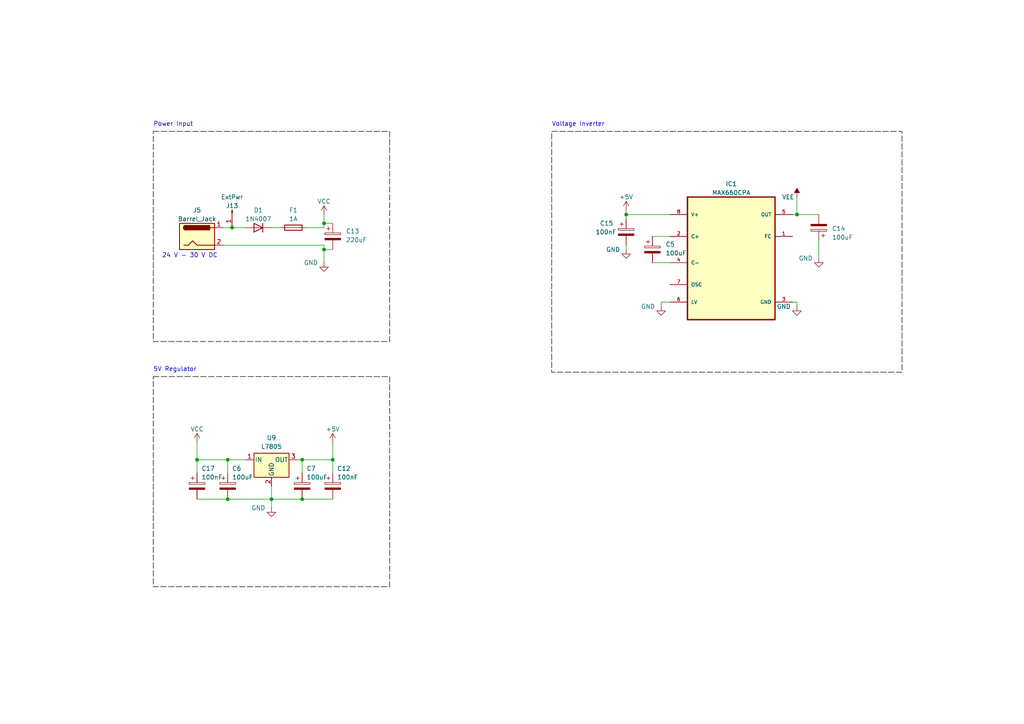
<source format=kicad_sch>
(kicad_sch
	(version 20231120)
	(generator "eeschema")
	(generator_version "8.0")
	(uuid "8f9a07c6-6385-4711-a9b5-2b64404adef7")
	(paper "A4")
	(title_block
		(company "Purdue ECET")
	)
	(lib_symbols
		(symbol "Connector:Barrel_Jack"
			(pin_names
				(offset 1.016)
			)
			(exclude_from_sim no)
			(in_bom yes)
			(on_board yes)
			(property "Reference" "J"
				(at 0 5.334 0)
				(effects
					(font
						(size 1.27 1.27)
					)
				)
			)
			(property "Value" "Barrel_Jack"
				(at 0 -5.08 0)
				(effects
					(font
						(size 1.27 1.27)
					)
				)
			)
			(property "Footprint" ""
				(at 1.27 -1.016 0)
				(effects
					(font
						(size 1.27 1.27)
					)
					(hide yes)
				)
			)
			(property "Datasheet" "~"
				(at 1.27 -1.016 0)
				(effects
					(font
						(size 1.27 1.27)
					)
					(hide yes)
				)
			)
			(property "Description" "DC Barrel Jack"
				(at 0 0 0)
				(effects
					(font
						(size 1.27 1.27)
					)
					(hide yes)
				)
			)
			(property "ki_keywords" "DC power barrel jack connector"
				(at 0 0 0)
				(effects
					(font
						(size 1.27 1.27)
					)
					(hide yes)
				)
			)
			(property "ki_fp_filters" "BarrelJack*"
				(at 0 0 0)
				(effects
					(font
						(size 1.27 1.27)
					)
					(hide yes)
				)
			)
			(symbol "Barrel_Jack_0_1"
				(rectangle
					(start -5.08 3.81)
					(end 5.08 -3.81)
					(stroke
						(width 0.254)
						(type default)
					)
					(fill
						(type background)
					)
				)
				(arc
					(start -3.302 3.175)
					(mid -3.9343 2.54)
					(end -3.302 1.905)
					(stroke
						(width 0.254)
						(type default)
					)
					(fill
						(type none)
					)
				)
				(arc
					(start -3.302 3.175)
					(mid -3.9343 2.54)
					(end -3.302 1.905)
					(stroke
						(width 0.254)
						(type default)
					)
					(fill
						(type outline)
					)
				)
				(polyline
					(pts
						(xy 5.08 2.54) (xy 3.81 2.54)
					)
					(stroke
						(width 0.254)
						(type default)
					)
					(fill
						(type none)
					)
				)
				(polyline
					(pts
						(xy -3.81 -2.54) (xy -2.54 -2.54) (xy -1.27 -1.27) (xy 0 -2.54) (xy 2.54 -2.54) (xy 5.08 -2.54)
					)
					(stroke
						(width 0.254)
						(type default)
					)
					(fill
						(type none)
					)
				)
				(rectangle
					(start 3.683 3.175)
					(end -3.302 1.905)
					(stroke
						(width 0.254)
						(type default)
					)
					(fill
						(type outline)
					)
				)
			)
			(symbol "Barrel_Jack_1_1"
				(pin passive line
					(at 7.62 2.54 180)
					(length 2.54)
					(name "~"
						(effects
							(font
								(size 1.27 1.27)
							)
						)
					)
					(number "1"
						(effects
							(font
								(size 1.27 1.27)
							)
						)
					)
				)
				(pin passive line
					(at 7.62 -2.54 180)
					(length 2.54)
					(name "~"
						(effects
							(font
								(size 1.27 1.27)
							)
						)
					)
					(number "2"
						(effects
							(font
								(size 1.27 1.27)
							)
						)
					)
				)
			)
		)
		(symbol "Connector:Conn_01x01_Pin"
			(pin_names
				(offset 1.016) hide)
			(exclude_from_sim no)
			(in_bom yes)
			(on_board yes)
			(property "Reference" "J"
				(at 0 2.54 0)
				(effects
					(font
						(size 1.27 1.27)
					)
				)
			)
			(property "Value" "Conn_01x01_Pin"
				(at 0 -2.54 0)
				(effects
					(font
						(size 1.27 1.27)
					)
				)
			)
			(property "Footprint" ""
				(at 0 0 0)
				(effects
					(font
						(size 1.27 1.27)
					)
					(hide yes)
				)
			)
			(property "Datasheet" "~"
				(at 0 0 0)
				(effects
					(font
						(size 1.27 1.27)
					)
					(hide yes)
				)
			)
			(property "Description" "Generic connector, single row, 01x01, script generated"
				(at 0 0 0)
				(effects
					(font
						(size 1.27 1.27)
					)
					(hide yes)
				)
			)
			(property "ki_locked" ""
				(at 0 0 0)
				(effects
					(font
						(size 1.27 1.27)
					)
				)
			)
			(property "ki_keywords" "connector"
				(at 0 0 0)
				(effects
					(font
						(size 1.27 1.27)
					)
					(hide yes)
				)
			)
			(property "ki_fp_filters" "Connector*:*_1x??_*"
				(at 0 0 0)
				(effects
					(font
						(size 1.27 1.27)
					)
					(hide yes)
				)
			)
			(symbol "Conn_01x01_Pin_1_1"
				(polyline
					(pts
						(xy 1.27 0) (xy 0.8636 0)
					)
					(stroke
						(width 0.1524)
						(type default)
					)
					(fill
						(type none)
					)
				)
				(rectangle
					(start 0.8636 0.127)
					(end 0 -0.127)
					(stroke
						(width 0.1524)
						(type default)
					)
					(fill
						(type outline)
					)
				)
				(pin passive line
					(at 5.08 0 180)
					(length 3.81)
					(name "Pin_1"
						(effects
							(font
								(size 1.27 1.27)
							)
						)
					)
					(number "1"
						(effects
							(font
								(size 1.27 1.27)
							)
						)
					)
				)
			)
		)
		(symbol "Device:C_Polarized"
			(pin_numbers hide)
			(pin_names
				(offset 0.254)
			)
			(exclude_from_sim no)
			(in_bom yes)
			(on_board yes)
			(property "Reference" "C"
				(at 0.635 2.54 0)
				(effects
					(font
						(size 1.27 1.27)
					)
					(justify left)
				)
			)
			(property "Value" "C_Polarized"
				(at 0.635 -2.54 0)
				(effects
					(font
						(size 1.27 1.27)
					)
					(justify left)
				)
			)
			(property "Footprint" ""
				(at 0.9652 -3.81 0)
				(effects
					(font
						(size 1.27 1.27)
					)
					(hide yes)
				)
			)
			(property "Datasheet" "~"
				(at 0 0 0)
				(effects
					(font
						(size 1.27 1.27)
					)
					(hide yes)
				)
			)
			(property "Description" "Polarized capacitor"
				(at 0 0 0)
				(effects
					(font
						(size 1.27 1.27)
					)
					(hide yes)
				)
			)
			(property "ki_keywords" "cap capacitor"
				(at 0 0 0)
				(effects
					(font
						(size 1.27 1.27)
					)
					(hide yes)
				)
			)
			(property "ki_fp_filters" "CP_*"
				(at 0 0 0)
				(effects
					(font
						(size 1.27 1.27)
					)
					(hide yes)
				)
			)
			(symbol "C_Polarized_0_1"
				(rectangle
					(start -2.286 0.508)
					(end 2.286 1.016)
					(stroke
						(width 0)
						(type default)
					)
					(fill
						(type none)
					)
				)
				(polyline
					(pts
						(xy -1.778 2.286) (xy -0.762 2.286)
					)
					(stroke
						(width 0)
						(type default)
					)
					(fill
						(type none)
					)
				)
				(polyline
					(pts
						(xy -1.27 2.794) (xy -1.27 1.778)
					)
					(stroke
						(width 0)
						(type default)
					)
					(fill
						(type none)
					)
				)
				(rectangle
					(start 2.286 -0.508)
					(end -2.286 -1.016)
					(stroke
						(width 0)
						(type default)
					)
					(fill
						(type outline)
					)
				)
			)
			(symbol "C_Polarized_1_1"
				(pin passive line
					(at 0 3.81 270)
					(length 2.794)
					(name "~"
						(effects
							(font
								(size 1.27 1.27)
							)
						)
					)
					(number "1"
						(effects
							(font
								(size 1.27 1.27)
							)
						)
					)
				)
				(pin passive line
					(at 0 -3.81 90)
					(length 2.794)
					(name "~"
						(effects
							(font
								(size 1.27 1.27)
							)
						)
					)
					(number "2"
						(effects
							(font
								(size 1.27 1.27)
							)
						)
					)
				)
			)
		)
		(symbol "Device:Fuse"
			(pin_numbers hide)
			(pin_names
				(offset 0)
			)
			(exclude_from_sim no)
			(in_bom yes)
			(on_board yes)
			(property "Reference" "F"
				(at 2.032 0 90)
				(effects
					(font
						(size 1.27 1.27)
					)
				)
			)
			(property "Value" "Fuse"
				(at -1.905 0 90)
				(effects
					(font
						(size 1.27 1.27)
					)
				)
			)
			(property "Footprint" ""
				(at -1.778 0 90)
				(effects
					(font
						(size 1.27 1.27)
					)
					(hide yes)
				)
			)
			(property "Datasheet" "~"
				(at 0 0 0)
				(effects
					(font
						(size 1.27 1.27)
					)
					(hide yes)
				)
			)
			(property "Description" "Fuse"
				(at 0 0 0)
				(effects
					(font
						(size 1.27 1.27)
					)
					(hide yes)
				)
			)
			(property "ki_keywords" "fuse"
				(at 0 0 0)
				(effects
					(font
						(size 1.27 1.27)
					)
					(hide yes)
				)
			)
			(property "ki_fp_filters" "*Fuse*"
				(at 0 0 0)
				(effects
					(font
						(size 1.27 1.27)
					)
					(hide yes)
				)
			)
			(symbol "Fuse_0_1"
				(rectangle
					(start -0.762 -2.54)
					(end 0.762 2.54)
					(stroke
						(width 0.254)
						(type default)
					)
					(fill
						(type none)
					)
				)
				(polyline
					(pts
						(xy 0 2.54) (xy 0 -2.54)
					)
					(stroke
						(width 0)
						(type default)
					)
					(fill
						(type none)
					)
				)
			)
			(symbol "Fuse_1_1"
				(pin passive line
					(at 0 3.81 270)
					(length 1.27)
					(name "~"
						(effects
							(font
								(size 1.27 1.27)
							)
						)
					)
					(number "1"
						(effects
							(font
								(size 1.27 1.27)
							)
						)
					)
				)
				(pin passive line
					(at 0 -3.81 90)
					(length 1.27)
					(name "~"
						(effects
							(font
								(size 1.27 1.27)
							)
						)
					)
					(number "2"
						(effects
							(font
								(size 1.27 1.27)
							)
						)
					)
				)
			)
		)
		(symbol "Diode:1N4007"
			(pin_numbers hide)
			(pin_names hide)
			(exclude_from_sim no)
			(in_bom yes)
			(on_board yes)
			(property "Reference" "D"
				(at 0 2.54 0)
				(effects
					(font
						(size 1.27 1.27)
					)
				)
			)
			(property "Value" "1N4007"
				(at 0 -2.54 0)
				(effects
					(font
						(size 1.27 1.27)
					)
				)
			)
			(property "Footprint" "Diode_THT:D_DO-41_SOD81_P10.16mm_Horizontal"
				(at 0 -4.445 0)
				(effects
					(font
						(size 1.27 1.27)
					)
					(hide yes)
				)
			)
			(property "Datasheet" "http://www.vishay.com/docs/88503/1n4001.pdf"
				(at 0 0 0)
				(effects
					(font
						(size 1.27 1.27)
					)
					(hide yes)
				)
			)
			(property "Description" "1000V 1A General Purpose Rectifier Diode, DO-41"
				(at 0 0 0)
				(effects
					(font
						(size 1.27 1.27)
					)
					(hide yes)
				)
			)
			(property "Sim.Device" "D"
				(at 0 0 0)
				(effects
					(font
						(size 1.27 1.27)
					)
					(hide yes)
				)
			)
			(property "Sim.Pins" "1=K 2=A"
				(at 0 0 0)
				(effects
					(font
						(size 1.27 1.27)
					)
					(hide yes)
				)
			)
			(property "ki_keywords" "diode"
				(at 0 0 0)
				(effects
					(font
						(size 1.27 1.27)
					)
					(hide yes)
				)
			)
			(property "ki_fp_filters" "D*DO?41*"
				(at 0 0 0)
				(effects
					(font
						(size 1.27 1.27)
					)
					(hide yes)
				)
			)
			(symbol "1N4007_0_1"
				(polyline
					(pts
						(xy -1.27 1.27) (xy -1.27 -1.27)
					)
					(stroke
						(width 0.254)
						(type default)
					)
					(fill
						(type none)
					)
				)
				(polyline
					(pts
						(xy 1.27 0) (xy -1.27 0)
					)
					(stroke
						(width 0)
						(type default)
					)
					(fill
						(type none)
					)
				)
				(polyline
					(pts
						(xy 1.27 1.27) (xy 1.27 -1.27) (xy -1.27 0) (xy 1.27 1.27)
					)
					(stroke
						(width 0.254)
						(type default)
					)
					(fill
						(type none)
					)
				)
			)
			(symbol "1N4007_1_1"
				(pin passive line
					(at -3.81 0 0)
					(length 2.54)
					(name "K"
						(effects
							(font
								(size 1.27 1.27)
							)
						)
					)
					(number "1"
						(effects
							(font
								(size 1.27 1.27)
							)
						)
					)
				)
				(pin passive line
					(at 3.81 0 180)
					(length 2.54)
					(name "A"
						(effects
							(font
								(size 1.27 1.27)
							)
						)
					)
					(number "2"
						(effects
							(font
								(size 1.27 1.27)
							)
						)
					)
				)
			)
		)
		(symbol "MAX660:MAX660CPA"
			(pin_names
				(offset 1.016)
			)
			(exclude_from_sim no)
			(in_bom yes)
			(on_board yes)
			(property "Reference" "IC1"
				(at 0 21.59 0)
				(effects
					(font
						(size 1.27 1.27)
					)
				)
			)
			(property "Value" "MAX660CPA"
				(at 0 19.05 0)
				(effects
					(font
						(size 1.27 1.27)
					)
				)
			)
			(property "Footprint" "MAX660CPA:DIP794W47P254L991H457Q8"
				(at 0 0 0)
				(effects
					(font
						(size 1.27 1.27)
					)
					(justify bottom)
					(hide yes)
				)
			)
			(property "Datasheet" ""
				(at 0 0 0)
				(effects
					(font
						(size 1.27 1.27)
					)
					(hide yes)
				)
			)
			(property "Description" "\nCharge Pump Switching Regulator IC Positive or Negative Fixed -Vin, 2Vin 1 Output 100mA 8-DIP (0.300, 7.62mm)\n"
				(at 0 0 0)
				(effects
					(font
						(size 1.27 1.27)
					)
					(justify bottom)
					(hide yes)
				)
			)
			(property "MF" "Analog Devices"
				(at 0 0 0)
				(effects
					(font
						(size 1.27 1.27)
					)
					(justify bottom)
					(hide yes)
				)
			)
			(property "Package" "DIP-8 Maxim Integrated"
				(at 0 0 0)
				(effects
					(font
						(size 1.27 1.27)
					)
					(justify bottom)
					(hide yes)
				)
			)
			(property "Price" "None"
				(at 0 0 0)
				(effects
					(font
						(size 1.27 1.27)
					)
					(justify bottom)
					(hide yes)
				)
			)
			(property "SnapEDA_Link" "https://www.snapeda.com/parts/MAX660CPA/Analog+Devices/view-part/?ref=snap"
				(at 0 0 0)
				(effects
					(font
						(size 1.27 1.27)
					)
					(justify bottom)
					(hide yes)
				)
			)
			(property "MP" "MAX660CPA"
				(at 0 0 0)
				(effects
					(font
						(size 1.27 1.27)
					)
					(justify bottom)
					(hide yes)
				)
			)
			(property "Purchase-URL" "https://www.snapeda.com/api/url_track_click_mouser/?unipart_id=3594927&manufacturer=Analog Devices&part_name=MAX660CPA&search_term=max660"
				(at 0 0 0)
				(effects
					(font
						(size 1.27 1.27)
					)
					(justify bottom)
					(hide yes)
				)
			)
			(property "Availability" "In Stock"
				(at 0 0 0)
				(effects
					(font
						(size 1.27 1.27)
					)
					(justify bottom)
					(hide yes)
				)
			)
			(property "Check_prices" "https://www.snapeda.com/parts/MAX660CPA/Analog+Devices/view-part/?ref=eda"
				(at 0 0 0)
				(effects
					(font
						(size 1.27 1.27)
					)
					(justify bottom)
					(hide yes)
				)
			)
			(symbol "MAX660CPA_0_0"
				(rectangle
					(start -12.7 17.78)
					(end 12.7 -17.78)
					(stroke
						(width 0.41)
						(type default)
					)
					(fill
						(type background)
					)
				)
				(pin input line
					(at 17.78 6.35 180)
					(length 5.08)
					(name "FC"
						(effects
							(font
								(size 1.016 1.016)
							)
						)
					)
					(number "1"
						(effects
							(font
								(size 1.016 1.016)
							)
						)
					)
				)
				(pin bidirectional line
					(at -17.78 6.35 0)
					(length 5.08)
					(name "C+"
						(effects
							(font
								(size 1.016 1.016)
							)
						)
					)
					(number "2"
						(effects
							(font
								(size 1.016 1.016)
							)
						)
					)
				)
				(pin power_in line
					(at 17.78 -12.7 180)
					(length 5.08)
					(name "GND"
						(effects
							(font
								(size 1.016 1.016)
							)
						)
					)
					(number "3"
						(effects
							(font
								(size 1.016 1.016)
							)
						)
					)
				)
				(pin bidirectional line
					(at -17.78 -1.27 0)
					(length 5.08)
					(name "C-"
						(effects
							(font
								(size 1.016 1.016)
							)
						)
					)
					(number "4"
						(effects
							(font
								(size 1.016 1.016)
							)
						)
					)
				)
				(pin bidirectional line
					(at 17.78 12.7 180)
					(length 5.08)
					(name "OUT"
						(effects
							(font
								(size 1.016 1.016)
							)
						)
					)
					(number "5"
						(effects
							(font
								(size 1.016 1.016)
							)
						)
					)
				)
				(pin bidirectional line
					(at -17.78 -12.7 0)
					(length 5.08)
					(name "LV"
						(effects
							(font
								(size 1.016 1.016)
							)
						)
					)
					(number "6"
						(effects
							(font
								(size 1.016 1.016)
							)
						)
					)
				)
				(pin output line
					(at -17.78 -7.62 0)
					(length 5.08)
					(name "OSC"
						(effects
							(font
								(size 1.016 1.016)
							)
						)
					)
					(number "7"
						(effects
							(font
								(size 1.016 1.016)
							)
						)
					)
				)
				(pin power_in line
					(at -17.78 12.7 0)
					(length 5.08)
					(name "V+"
						(effects
							(font
								(size 1.016 1.016)
							)
						)
					)
					(number "8"
						(effects
							(font
								(size 1.016 1.016)
							)
						)
					)
				)
			)
		)
		(symbol "Regulator_Linear:L7805"
			(pin_names
				(offset 0.254)
			)
			(exclude_from_sim no)
			(in_bom yes)
			(on_board yes)
			(property "Reference" "U"
				(at -3.81 3.175 0)
				(effects
					(font
						(size 1.27 1.27)
					)
				)
			)
			(property "Value" "L7805"
				(at 0 3.175 0)
				(effects
					(font
						(size 1.27 1.27)
					)
					(justify left)
				)
			)
			(property "Footprint" ""
				(at 0.635 -3.81 0)
				(effects
					(font
						(size 1.27 1.27)
						(italic yes)
					)
					(justify left)
					(hide yes)
				)
			)
			(property "Datasheet" "http://www.st.com/content/ccc/resource/technical/document/datasheet/41/4f/b3/b0/12/d4/47/88/CD00000444.pdf/files/CD00000444.pdf/jcr:content/translations/en.CD00000444.pdf"
				(at 0 -1.27 0)
				(effects
					(font
						(size 1.27 1.27)
					)
					(hide yes)
				)
			)
			(property "Description" "Positive 1.5A 35V Linear Regulator, Fixed Output 5V, TO-220/TO-263/TO-252"
				(at 0 0 0)
				(effects
					(font
						(size 1.27 1.27)
					)
					(hide yes)
				)
			)
			(property "ki_keywords" "Voltage Regulator 1.5A Positive"
				(at 0 0 0)
				(effects
					(font
						(size 1.27 1.27)
					)
					(hide yes)
				)
			)
			(property "ki_fp_filters" "TO?252* TO?263* TO?220*"
				(at 0 0 0)
				(effects
					(font
						(size 1.27 1.27)
					)
					(hide yes)
				)
			)
			(symbol "L7805_0_1"
				(rectangle
					(start -5.08 1.905)
					(end 5.08 -5.08)
					(stroke
						(width 0.254)
						(type default)
					)
					(fill
						(type background)
					)
				)
			)
			(symbol "L7805_1_1"
				(pin power_in line
					(at -7.62 0 0)
					(length 2.54)
					(name "IN"
						(effects
							(font
								(size 1.27 1.27)
							)
						)
					)
					(number "1"
						(effects
							(font
								(size 1.27 1.27)
							)
						)
					)
				)
				(pin power_in line
					(at 0 -7.62 90)
					(length 2.54)
					(name "GND"
						(effects
							(font
								(size 1.27 1.27)
							)
						)
					)
					(number "2"
						(effects
							(font
								(size 1.27 1.27)
							)
						)
					)
				)
				(pin power_out line
					(at 7.62 0 180)
					(length 2.54)
					(name "OUT"
						(effects
							(font
								(size 1.27 1.27)
							)
						)
					)
					(number "3"
						(effects
							(font
								(size 1.27 1.27)
							)
						)
					)
				)
			)
		)
		(symbol "power:+5V"
			(power)
			(pin_names
				(offset 0)
			)
			(exclude_from_sim no)
			(in_bom yes)
			(on_board yes)
			(property "Reference" "#PWR"
				(at 0 -3.81 0)
				(effects
					(font
						(size 1.27 1.27)
					)
					(hide yes)
				)
			)
			(property "Value" "+5V"
				(at 0 3.556 0)
				(effects
					(font
						(size 1.27 1.27)
					)
				)
			)
			(property "Footprint" ""
				(at 0 0 0)
				(effects
					(font
						(size 1.27 1.27)
					)
					(hide yes)
				)
			)
			(property "Datasheet" ""
				(at 0 0 0)
				(effects
					(font
						(size 1.27 1.27)
					)
					(hide yes)
				)
			)
			(property "Description" "Power symbol creates a global label with name \"+5V\""
				(at 0 0 0)
				(effects
					(font
						(size 1.27 1.27)
					)
					(hide yes)
				)
			)
			(property "ki_keywords" "global power"
				(at 0 0 0)
				(effects
					(font
						(size 1.27 1.27)
					)
					(hide yes)
				)
			)
			(symbol "+5V_0_1"
				(polyline
					(pts
						(xy -0.762 1.27) (xy 0 2.54)
					)
					(stroke
						(width 0)
						(type default)
					)
					(fill
						(type none)
					)
				)
				(polyline
					(pts
						(xy 0 0) (xy 0 2.54)
					)
					(stroke
						(width 0)
						(type default)
					)
					(fill
						(type none)
					)
				)
				(polyline
					(pts
						(xy 0 2.54) (xy 0.762 1.27)
					)
					(stroke
						(width 0)
						(type default)
					)
					(fill
						(type none)
					)
				)
			)
			(symbol "+5V_1_1"
				(pin power_in line
					(at 0 0 90)
					(length 0) hide
					(name "+5V"
						(effects
							(font
								(size 1.27 1.27)
							)
						)
					)
					(number "1"
						(effects
							(font
								(size 1.27 1.27)
							)
						)
					)
				)
			)
		)
		(symbol "power:GND"
			(power)
			(pin_names
				(offset 0)
			)
			(exclude_from_sim no)
			(in_bom yes)
			(on_board yes)
			(property "Reference" "#PWR"
				(at 0 -6.35 0)
				(effects
					(font
						(size 1.27 1.27)
					)
					(hide yes)
				)
			)
			(property "Value" "GND"
				(at 0 -3.81 0)
				(effects
					(font
						(size 1.27 1.27)
					)
				)
			)
			(property "Footprint" ""
				(at 0 0 0)
				(effects
					(font
						(size 1.27 1.27)
					)
					(hide yes)
				)
			)
			(property "Datasheet" ""
				(at 0 0 0)
				(effects
					(font
						(size 1.27 1.27)
					)
					(hide yes)
				)
			)
			(property "Description" "Power symbol creates a global label with name \"GND\" , ground"
				(at 0 0 0)
				(effects
					(font
						(size 1.27 1.27)
					)
					(hide yes)
				)
			)
			(property "ki_keywords" "global power"
				(at 0 0 0)
				(effects
					(font
						(size 1.27 1.27)
					)
					(hide yes)
				)
			)
			(symbol "GND_0_1"
				(polyline
					(pts
						(xy 0 0) (xy 0 -1.27) (xy 1.27 -1.27) (xy 0 -2.54) (xy -1.27 -1.27) (xy 0 -1.27)
					)
					(stroke
						(width 0)
						(type default)
					)
					(fill
						(type none)
					)
				)
			)
			(symbol "GND_1_1"
				(pin power_in line
					(at 0 0 270)
					(length 0) hide
					(name "GND"
						(effects
							(font
								(size 1.27 1.27)
							)
						)
					)
					(number "1"
						(effects
							(font
								(size 1.27 1.27)
							)
						)
					)
				)
			)
		)
		(symbol "power:VCC"
			(power)
			(pin_names
				(offset 0)
			)
			(exclude_from_sim no)
			(in_bom yes)
			(on_board yes)
			(property "Reference" "#PWR"
				(at 0 -3.81 0)
				(effects
					(font
						(size 1.27 1.27)
					)
					(hide yes)
				)
			)
			(property "Value" "VCC"
				(at 0 3.81 0)
				(effects
					(font
						(size 1.27 1.27)
					)
				)
			)
			(property "Footprint" ""
				(at 0 0 0)
				(effects
					(font
						(size 1.27 1.27)
					)
					(hide yes)
				)
			)
			(property "Datasheet" ""
				(at 0 0 0)
				(effects
					(font
						(size 1.27 1.27)
					)
					(hide yes)
				)
			)
			(property "Description" "Power symbol creates a global label with name \"VCC\""
				(at 0 0 0)
				(effects
					(font
						(size 1.27 1.27)
					)
					(hide yes)
				)
			)
			(property "ki_keywords" "global power"
				(at 0 0 0)
				(effects
					(font
						(size 1.27 1.27)
					)
					(hide yes)
				)
			)
			(symbol "VCC_0_1"
				(polyline
					(pts
						(xy -0.762 1.27) (xy 0 2.54)
					)
					(stroke
						(width 0)
						(type default)
					)
					(fill
						(type none)
					)
				)
				(polyline
					(pts
						(xy 0 0) (xy 0 2.54)
					)
					(stroke
						(width 0)
						(type default)
					)
					(fill
						(type none)
					)
				)
				(polyline
					(pts
						(xy 0 2.54) (xy 0.762 1.27)
					)
					(stroke
						(width 0)
						(type default)
					)
					(fill
						(type none)
					)
				)
			)
			(symbol "VCC_1_1"
				(pin power_in line
					(at 0 0 90)
					(length 0) hide
					(name "VCC"
						(effects
							(font
								(size 1.27 1.27)
							)
						)
					)
					(number "1"
						(effects
							(font
								(size 1.27 1.27)
							)
						)
					)
				)
			)
		)
		(symbol "power:VEE"
			(power)
			(pin_names
				(offset 0)
			)
			(exclude_from_sim no)
			(in_bom yes)
			(on_board yes)
			(property "Reference" "#PWR"
				(at 0 -3.81 0)
				(effects
					(font
						(size 1.27 1.27)
					)
					(hide yes)
				)
			)
			(property "Value" "VEE"
				(at 0 3.81 0)
				(effects
					(font
						(size 1.27 1.27)
					)
				)
			)
			(property "Footprint" ""
				(at 0 0 0)
				(effects
					(font
						(size 1.27 1.27)
					)
					(hide yes)
				)
			)
			(property "Datasheet" ""
				(at 0 0 0)
				(effects
					(font
						(size 1.27 1.27)
					)
					(hide yes)
				)
			)
			(property "Description" "Power symbol creates a global label with name \"VEE\""
				(at 0 0 0)
				(effects
					(font
						(size 1.27 1.27)
					)
					(hide yes)
				)
			)
			(property "ki_keywords" "global power"
				(at 0 0 0)
				(effects
					(font
						(size 1.27 1.27)
					)
					(hide yes)
				)
			)
			(symbol "VEE_0_1"
				(polyline
					(pts
						(xy 0 0) (xy 0 2.54)
					)
					(stroke
						(width 0)
						(type default)
					)
					(fill
						(type none)
					)
				)
				(polyline
					(pts
						(xy 0.762 1.27) (xy -0.762 1.27) (xy 0 2.54) (xy 0.762 1.27)
					)
					(stroke
						(width 0)
						(type default)
					)
					(fill
						(type outline)
					)
				)
			)
			(symbol "VEE_1_1"
				(pin power_in line
					(at 0 0 90)
					(length 0) hide
					(name "VEE"
						(effects
							(font
								(size 1.27 1.27)
							)
						)
					)
					(number "1"
						(effects
							(font
								(size 1.27 1.27)
							)
						)
					)
				)
			)
		)
	)
	(junction
		(at 66.04 144.78)
		(diameter 0)
		(color 0 0 0 0)
		(uuid "00e3e667-79d2-4a32-9718-6d9633f0d47c")
	)
	(junction
		(at 231.14 62.23)
		(diameter 0)
		(color 0 0 0 0)
		(uuid "03ff4e77-0d05-4c93-a353-150d531913c4")
	)
	(junction
		(at 87.63 144.78)
		(diameter 0)
		(color 0 0 0 0)
		(uuid "1aedd3a1-f861-48e5-8a7b-2431789b8221")
	)
	(junction
		(at 93.98 72.39)
		(diameter 0)
		(color 0 0 0 0)
		(uuid "275c41d9-5139-415e-b0c5-2e7436fd5833")
	)
	(junction
		(at 57.15 133.35)
		(diameter 0)
		(color 0 0 0 0)
		(uuid "37489ca0-f20d-4407-b342-ec4de91aaa98")
	)
	(junction
		(at 181.61 62.23)
		(diameter 0)
		(color 0 0 0 0)
		(uuid "413162b8-fb6b-4d47-b4d6-ae18b68a62c1")
	)
	(junction
		(at 96.52 133.35)
		(diameter 0)
		(color 0 0 0 0)
		(uuid "70a85392-6f5a-4fd7-8e24-9813f185d3c4")
	)
	(junction
		(at 67.31 66.04)
		(diameter 0)
		(color 0 0 0 0)
		(uuid "bd537f7d-c870-4527-8dcb-af6939732824")
	)
	(junction
		(at 93.98 64.77)
		(diameter 0)
		(color 0 0 0 0)
		(uuid "bf235d68-b8fa-46b4-8d7c-ad409465fc17")
	)
	(junction
		(at 87.63 133.35)
		(diameter 0)
		(color 0 0 0 0)
		(uuid "c56263f7-7444-4392-9dcf-913ed5b92f50")
	)
	(junction
		(at 66.04 133.35)
		(diameter 0)
		(color 0 0 0 0)
		(uuid "f9dc4b2b-ce6b-4df2-ba0d-0994f36b922b")
	)
	(junction
		(at 78.74 144.78)
		(diameter 0)
		(color 0 0 0 0)
		(uuid "fc5c9b02-bc5b-4f9a-b215-ce35b958ecf4")
	)
	(wire
		(pts
			(xy 191.77 87.63) (xy 194.31 87.63)
		)
		(stroke
			(width 0)
			(type default)
		)
		(uuid "00147329-a9f3-4445-a42a-9336971bb18c")
	)
	(wire
		(pts
			(xy 88.9 66.04) (xy 93.98 66.04)
		)
		(stroke
			(width 0)
			(type default)
		)
		(uuid "048fca11-dcd3-469b-82c8-3e032cc02a97")
	)
	(wire
		(pts
			(xy 231.14 62.23) (xy 237.49 62.23)
		)
		(stroke
			(width 0)
			(type default)
		)
		(uuid "0eb26c7f-ac52-4bc2-a735-c34868d70b59")
	)
	(wire
		(pts
			(xy 93.98 72.39) (xy 96.52 72.39)
		)
		(stroke
			(width 0)
			(type default)
		)
		(uuid "17de10f0-983e-4169-b414-382fbd2fb6d3")
	)
	(wire
		(pts
			(xy 57.15 137.16) (xy 57.15 133.35)
		)
		(stroke
			(width 0)
			(type default)
		)
		(uuid "196e58e9-bb8e-4421-a54a-395008131cf9")
	)
	(wire
		(pts
			(xy 189.23 76.2) (xy 194.31 76.2)
		)
		(stroke
			(width 0)
			(type default)
		)
		(uuid "20e43e09-f427-4c63-9f89-585a094b1f8b")
	)
	(wire
		(pts
			(xy 231.14 62.23) (xy 229.87 62.23)
		)
		(stroke
			(width 0)
			(type default)
		)
		(uuid "29e54dbd-f8f9-420d-8c96-d84f9c54c77e")
	)
	(wire
		(pts
			(xy 67.31 66.04) (xy 71.12 66.04)
		)
		(stroke
			(width 0)
			(type default)
		)
		(uuid "2c67f600-4855-4672-8404-044be66efb85")
	)
	(wire
		(pts
			(xy 57.15 133.35) (xy 66.04 133.35)
		)
		(stroke
			(width 0)
			(type default)
		)
		(uuid "43020f87-47f2-48c8-8b35-a1642bb03ae9")
	)
	(wire
		(pts
			(xy 231.14 88.9) (xy 231.14 87.63)
		)
		(stroke
			(width 0)
			(type default)
		)
		(uuid "4a55662e-1bbe-4444-8201-18e3cdeb9a2a")
	)
	(wire
		(pts
			(xy 87.63 133.35) (xy 87.63 137.16)
		)
		(stroke
			(width 0)
			(type default)
		)
		(uuid "4b1b742b-0984-4649-b936-cfb4cbf0e0a7")
	)
	(wire
		(pts
			(xy 78.74 66.04) (xy 81.28 66.04)
		)
		(stroke
			(width 0)
			(type default)
		)
		(uuid "4c3f4928-7198-4a3d-b682-f284f1bcd3a3")
	)
	(wire
		(pts
			(xy 231.14 87.63) (xy 229.87 87.63)
		)
		(stroke
			(width 0)
			(type default)
		)
		(uuid "4f3256ad-98bc-437b-aa26-617a836f2f13")
	)
	(wire
		(pts
			(xy 181.61 71.12) (xy 181.61 72.39)
		)
		(stroke
			(width 0)
			(type default)
		)
		(uuid "5193db5f-68bf-4a08-a5bb-7d7ef19f0847")
	)
	(wire
		(pts
			(xy 78.74 144.78) (xy 87.63 144.78)
		)
		(stroke
			(width 0)
			(type default)
		)
		(uuid "51a64341-708a-417b-b74d-d71d7b63ae39")
	)
	(wire
		(pts
			(xy 93.98 66.04) (xy 93.98 64.77)
		)
		(stroke
			(width 0)
			(type default)
		)
		(uuid "542d85cd-619c-47fa-877e-6dcd63e4ae32")
	)
	(wire
		(pts
			(xy 87.63 144.78) (xy 96.52 144.78)
		)
		(stroke
			(width 0)
			(type default)
		)
		(uuid "5b9e1c02-6ca3-41e5-af83-6ea563b41132")
	)
	(wire
		(pts
			(xy 57.15 128.27) (xy 57.15 133.35)
		)
		(stroke
			(width 0)
			(type default)
		)
		(uuid "5fcaeb02-c64f-45a6-8f9f-e16225f452c7")
	)
	(wire
		(pts
			(xy 181.61 60.96) (xy 181.61 62.23)
		)
		(stroke
			(width 0)
			(type default)
		)
		(uuid "68e4f64b-9ea2-42eb-8db3-8e3ba36df702")
	)
	(wire
		(pts
			(xy 231.14 57.15) (xy 231.14 62.23)
		)
		(stroke
			(width 0)
			(type default)
		)
		(uuid "6f73b8de-544e-498a-ac1e-d74f6b153b96")
	)
	(wire
		(pts
			(xy 78.74 147.32) (xy 78.74 144.78)
		)
		(stroke
			(width 0)
			(type default)
		)
		(uuid "773a44c4-29f5-4cce-b6dd-4382146d8fed")
	)
	(wire
		(pts
			(xy 78.74 140.97) (xy 78.74 144.78)
		)
		(stroke
			(width 0)
			(type default)
		)
		(uuid "7ec414a1-15d1-44e9-afd4-c7f61344f853")
	)
	(wire
		(pts
			(xy 93.98 76.2) (xy 93.98 72.39)
		)
		(stroke
			(width 0)
			(type default)
		)
		(uuid "87653b9c-72a6-4400-8725-d14e582bafc2")
	)
	(wire
		(pts
			(xy 66.04 133.35) (xy 71.12 133.35)
		)
		(stroke
			(width 0)
			(type default)
		)
		(uuid "8bf0e135-3d5d-4506-98a6-0d81057959f6")
	)
	(wire
		(pts
			(xy 237.49 69.85) (xy 237.49 74.93)
		)
		(stroke
			(width 0)
			(type default)
		)
		(uuid "a01a38b0-b43a-4998-937b-9b2e8127422c")
	)
	(wire
		(pts
			(xy 93.98 72.39) (xy 93.98 71.12)
		)
		(stroke
			(width 0)
			(type default)
		)
		(uuid "a41eba2a-4461-4b80-b0c0-6ebbb5b54fce")
	)
	(wire
		(pts
			(xy 181.61 63.5) (xy 181.61 62.23)
		)
		(stroke
			(width 0)
			(type default)
		)
		(uuid "ac486312-da4a-440c-b6bb-af37f3eff458")
	)
	(wire
		(pts
			(xy 64.77 71.12) (xy 93.98 71.12)
		)
		(stroke
			(width 0)
			(type default)
		)
		(uuid "b13580ea-870c-4e65-969b-114080f5b769")
	)
	(wire
		(pts
			(xy 64.77 66.04) (xy 67.31 66.04)
		)
		(stroke
			(width 0)
			(type default)
		)
		(uuid "c7e165a0-9df6-4948-8ee5-354b80f13ab5")
	)
	(wire
		(pts
			(xy 189.23 68.58) (xy 194.31 68.58)
		)
		(stroke
			(width 0)
			(type default)
		)
		(uuid "c8554b35-10b2-47e3-8f88-7e9ef36e25cd")
	)
	(wire
		(pts
			(xy 96.52 128.27) (xy 96.52 133.35)
		)
		(stroke
			(width 0)
			(type default)
		)
		(uuid "d25145dc-fa45-4a0a-9389-4df27e109724")
	)
	(wire
		(pts
			(xy 66.04 133.35) (xy 66.04 137.16)
		)
		(stroke
			(width 0)
			(type default)
		)
		(uuid "d847cb84-bfae-4a16-a0ea-acc5a1dada03")
	)
	(wire
		(pts
			(xy 181.61 62.23) (xy 194.31 62.23)
		)
		(stroke
			(width 0)
			(type default)
		)
		(uuid "ddd7c720-8b67-4c4d-8829-5790f3692d3c")
	)
	(wire
		(pts
			(xy 96.52 133.35) (xy 96.52 137.16)
		)
		(stroke
			(width 0)
			(type default)
		)
		(uuid "e177c3ed-2131-480f-afeb-b8acfd143e94")
	)
	(wire
		(pts
			(xy 86.36 133.35) (xy 87.63 133.35)
		)
		(stroke
			(width 0)
			(type default)
		)
		(uuid "e6173d98-caa2-4ceb-9fdc-3004f25015b3")
	)
	(wire
		(pts
			(xy 93.98 64.77) (xy 96.52 64.77)
		)
		(stroke
			(width 0)
			(type default)
		)
		(uuid "eaf53ab5-1e51-4808-8d51-df9e196b177d")
	)
	(wire
		(pts
			(xy 191.77 88.9) (xy 191.77 87.63)
		)
		(stroke
			(width 0)
			(type default)
		)
		(uuid "ec364947-8ff3-431f-829f-52187d56afe5")
	)
	(wire
		(pts
			(xy 93.98 64.77) (xy 93.98 62.23)
		)
		(stroke
			(width 0)
			(type default)
		)
		(uuid "eccdc1c2-6343-4de3-a64f-0e6100b6c6c0")
	)
	(wire
		(pts
			(xy 57.15 144.78) (xy 66.04 144.78)
		)
		(stroke
			(width 0)
			(type default)
		)
		(uuid "f5e280f0-46cc-45df-b1e5-855e3412ce52")
	)
	(wire
		(pts
			(xy 87.63 133.35) (xy 96.52 133.35)
		)
		(stroke
			(width 0)
			(type default)
		)
		(uuid "f89df91b-e0e2-453c-ae2a-a321fe75f224")
	)
	(wire
		(pts
			(xy 66.04 144.78) (xy 78.74 144.78)
		)
		(stroke
			(width 0)
			(type default)
		)
		(uuid "f8fffbfd-e166-4959-8695-4548be7da334")
	)
	(rectangle
		(start 44.45 38.1)
		(end 113.03 99.06)
		(stroke
			(width 0)
			(type dash)
			(color 0 0 0 1)
		)
		(fill
			(type none)
		)
		(uuid 6615d00b-332f-4fa0-a30b-2210c8b8290b)
	)
	(rectangle
		(start 44.45 109.22)
		(end 113.03 170.18)
		(stroke
			(width 0)
			(type dash)
			(color 0 0 0 1)
		)
		(fill
			(type none)
		)
		(uuid 99624ebd-959d-4645-8b0c-660d641dbbfc)
	)
	(rectangle
		(start 160.02 38.1)
		(end 261.62 107.95)
		(stroke
			(width 0)
			(type dash)
			(color 0 0 0 1)
		)
		(fill
			(type none)
		)
		(uuid c7756315-cc15-48d3-a13f-1407ad34c6f6)
	)
	(text "Power Input"
		(exclude_from_sim no)
		(at 44.45 36.83 0)
		(effects
			(font
				(size 1.27 1.27)
			)
			(justify left bottom)
		)
		(uuid "06cbf439-bc90-4f8d-83ae-4be47128934b")
	)
	(text "24 V - 30 V DC"
		(exclude_from_sim no)
		(at 46.99 74.93 0)
		(effects
			(font
				(size 1.27 1.27)
			)
			(justify left bottom)
		)
		(uuid "a867df3d-5d81-4ff6-bf58-69fc5da215dd")
	)
	(text "Voltage Inverter"
		(exclude_from_sim no)
		(at 160.02 36.83 0)
		(effects
			(font
				(size 1.27 1.27)
			)
			(justify left bottom)
		)
		(uuid "adabb61f-6e05-406c-aa7e-307e4232f3f5")
	)
	(text "5V Regulator"
		(exclude_from_sim no)
		(at 44.45 107.95 0)
		(effects
			(font
				(size 1.27 1.27)
			)
			(justify left bottom)
		)
		(uuid "ca18afc7-f471-4b73-9087-c5a0c3cc8e46")
	)
	(symbol
		(lib_id "Connector:Conn_01x01_Pin")
		(at 67.31 60.96 270)
		(unit 1)
		(exclude_from_sim no)
		(in_bom yes)
		(on_board yes)
		(dnp no)
		(uuid "0126e561-a74e-4de7-a449-b6baa2153ee9")
		(property "Reference" "J13"
			(at 67.31 59.69 90)
			(effects
				(font
					(size 1.27 1.27)
				)
			)
		)
		(property "Value" "ExtPwr"
			(at 67.31 57.15 90)
			(effects
				(font
					(size 1.27 1.27)
				)
			)
		)
		(property "Footprint" "Connector_PinHeader_2.54mm:PinHeader_1x01_P2.54mm_Vertical"
			(at 67.31 60.96 0)
			(effects
				(font
					(size 1.27 1.27)
				)
				(hide yes)
			)
		)
		(property "Datasheet" "~"
			(at 67.31 60.96 0)
			(effects
				(font
					(size 1.27 1.27)
				)
				(hide yes)
			)
		)
		(property "Description" ""
			(at 67.31 60.96 0)
			(effects
				(font
					(size 1.27 1.27)
				)
				(hide yes)
			)
		)
		(pin "1"
			(uuid "e1c3cae3-44e9-428a-a56f-4684c27182cf")
		)
		(instances
			(project "battery emulator design 0.1"
				(path "/eb54f7d9-731a-4a54-adbe-3a25c9be0c1a/69312ddd-57c5-4ebb-99fc-9339e5614174"
					(reference "J13")
					(unit 1)
				)
			)
		)
	)
	(symbol
		(lib_id "power:GND")
		(at 237.49 74.93 0)
		(unit 1)
		(exclude_from_sim no)
		(in_bom yes)
		(on_board yes)
		(dnp no)
		(uuid "040c1ff7-f1bd-48cc-823e-b184978e6036")
		(property "Reference" "#PWR033"
			(at 237.49 81.28 0)
			(effects
				(font
					(size 1.27 1.27)
				)
				(hide yes)
			)
		)
		(property "Value" "GND"
			(at 233.68 74.93 0)
			(effects
				(font
					(size 1.27 1.27)
				)
			)
		)
		(property "Footprint" ""
			(at 237.49 74.93 0)
			(effects
				(font
					(size 1.27 1.27)
				)
				(hide yes)
			)
		)
		(property "Datasheet" ""
			(at 237.49 74.93 0)
			(effects
				(font
					(size 1.27 1.27)
				)
				(hide yes)
			)
		)
		(property "Description" ""
			(at 237.49 74.93 0)
			(effects
				(font
					(size 1.27 1.27)
				)
				(hide yes)
			)
		)
		(pin "1"
			(uuid "0e1400a7-f1cf-4d14-ac40-242f49b5344e")
		)
		(instances
			(project "battery emulator design 0.1"
				(path "/eb54f7d9-731a-4a54-adbe-3a25c9be0c1a/69312ddd-57c5-4ebb-99fc-9339e5614174"
					(reference "#PWR033")
					(unit 1)
				)
			)
		)
	)
	(symbol
		(lib_id "Diode:1N4007")
		(at 74.93 66.04 180)
		(unit 1)
		(exclude_from_sim no)
		(in_bom yes)
		(on_board yes)
		(dnp no)
		(fields_autoplaced yes)
		(uuid "06d6d94b-b018-4be3-ab18-2f643b2fb746")
		(property "Reference" "D1"
			(at 74.93 60.96 0)
			(effects
				(font
					(size 1.27 1.27)
				)
			)
		)
		(property "Value" "1N4007"
			(at 74.93 63.5 0)
			(effects
				(font
					(size 1.27 1.27)
				)
			)
		)
		(property "Footprint" "Diode_THT:D_DO-41_SOD81_P10.16mm_Horizontal"
			(at 74.93 61.595 0)
			(effects
				(font
					(size 1.27 1.27)
				)
				(hide yes)
			)
		)
		(property "Datasheet" "http://www.vishay.com/docs/88503/1n4001.pdf"
			(at 74.93 66.04 0)
			(effects
				(font
					(size 1.27 1.27)
				)
				(hide yes)
			)
		)
		(property "Description" ""
			(at 74.93 66.04 0)
			(effects
				(font
					(size 1.27 1.27)
				)
				(hide yes)
			)
		)
		(property "Sim.Device" "D"
			(at 74.93 66.04 0)
			(effects
				(font
					(size 1.27 1.27)
				)
				(hide yes)
			)
		)
		(property "Sim.Pins" "1=K 2=A"
			(at 74.93 66.04 0)
			(effects
				(font
					(size 1.27 1.27)
				)
				(hide yes)
			)
		)
		(pin "1"
			(uuid "769782cb-e6f8-43ac-92a0-2deed63d363b")
		)
		(pin "2"
			(uuid "4cb30f65-7a11-4a32-8f08-dfebad9f8403")
		)
		(instances
			(project "battery emulator design 0.1"
				(path "/eb54f7d9-731a-4a54-adbe-3a25c9be0c1a/69312ddd-57c5-4ebb-99fc-9339e5614174"
					(reference "D1")
					(unit 1)
				)
			)
		)
	)
	(symbol
		(lib_id "power:GND")
		(at 231.14 88.9 0)
		(unit 1)
		(exclude_from_sim no)
		(in_bom yes)
		(on_board yes)
		(dnp no)
		(uuid "1be74869-5e68-4aab-a6fb-5afab4291085")
		(property "Reference" "#PWR022"
			(at 231.14 95.25 0)
			(effects
				(font
					(size 1.27 1.27)
				)
				(hide yes)
			)
		)
		(property "Value" "GND"
			(at 227.33 88.9 0)
			(effects
				(font
					(size 1.27 1.27)
				)
			)
		)
		(property "Footprint" ""
			(at 231.14 88.9 0)
			(effects
				(font
					(size 1.27 1.27)
				)
				(hide yes)
			)
		)
		(property "Datasheet" ""
			(at 231.14 88.9 0)
			(effects
				(font
					(size 1.27 1.27)
				)
				(hide yes)
			)
		)
		(property "Description" ""
			(at 231.14 88.9 0)
			(effects
				(font
					(size 1.27 1.27)
				)
				(hide yes)
			)
		)
		(pin "1"
			(uuid "cabf3899-1cfa-4519-8f68-b253d017bdfc")
		)
		(instances
			(project "battery emulator design 0.1"
				(path "/eb54f7d9-731a-4a54-adbe-3a25c9be0c1a/69312ddd-57c5-4ebb-99fc-9339e5614174"
					(reference "#PWR022")
					(unit 1)
				)
			)
		)
	)
	(symbol
		(lib_id "power:+5V")
		(at 96.52 128.27 0)
		(unit 1)
		(exclude_from_sim no)
		(in_bom yes)
		(on_board yes)
		(dnp no)
		(fields_autoplaced yes)
		(uuid "231b6556-6dd6-4091-aea5-ff51a0e5fe15")
		(property "Reference" "#PWR031"
			(at 96.52 132.08 0)
			(effects
				(font
					(size 1.27 1.27)
				)
				(hide yes)
			)
		)
		(property "Value" "+5V"
			(at 96.52 124.46 0)
			(effects
				(font
					(size 1.27 1.27)
				)
			)
		)
		(property "Footprint" ""
			(at 96.52 128.27 0)
			(effects
				(font
					(size 1.27 1.27)
				)
				(hide yes)
			)
		)
		(property "Datasheet" ""
			(at 96.52 128.27 0)
			(effects
				(font
					(size 1.27 1.27)
				)
				(hide yes)
			)
		)
		(property "Description" ""
			(at 96.52 128.27 0)
			(effects
				(font
					(size 1.27 1.27)
				)
				(hide yes)
			)
		)
		(pin "1"
			(uuid "8884b6fc-3c14-4fd3-b592-b7145a012e7a")
		)
		(instances
			(project "battery emulator design 0.1"
				(path "/eb54f7d9-731a-4a54-adbe-3a25c9be0c1a/69312ddd-57c5-4ebb-99fc-9339e5614174"
					(reference "#PWR031")
					(unit 1)
				)
			)
		)
	)
	(symbol
		(lib_id "power:+5V")
		(at 181.61 60.96 0)
		(unit 1)
		(exclude_from_sim no)
		(in_bom yes)
		(on_board yes)
		(dnp no)
		(fields_autoplaced yes)
		(uuid "2dc78ce5-b8a7-407f-bceb-e80e53cffb17")
		(property "Reference" "#PWR034"
			(at 181.61 64.77 0)
			(effects
				(font
					(size 1.27 1.27)
				)
				(hide yes)
			)
		)
		(property "Value" "+5V"
			(at 181.61 57.15 0)
			(effects
				(font
					(size 1.27 1.27)
				)
			)
		)
		(property "Footprint" ""
			(at 181.61 60.96 0)
			(effects
				(font
					(size 1.27 1.27)
				)
				(hide yes)
			)
		)
		(property "Datasheet" ""
			(at 181.61 60.96 0)
			(effects
				(font
					(size 1.27 1.27)
				)
				(hide yes)
			)
		)
		(property "Description" ""
			(at 181.61 60.96 0)
			(effects
				(font
					(size 1.27 1.27)
				)
				(hide yes)
			)
		)
		(pin "1"
			(uuid "04301604-b322-4a59-9a1d-31530f86a418")
		)
		(instances
			(project "battery emulator design 0.1"
				(path "/eb54f7d9-731a-4a54-adbe-3a25c9be0c1a/69312ddd-57c5-4ebb-99fc-9339e5614174"
					(reference "#PWR034")
					(unit 1)
				)
			)
		)
	)
	(symbol
		(lib_id "MAX660:MAX660CPA")
		(at 212.09 74.93 0)
		(unit 1)
		(exclude_from_sim no)
		(in_bom yes)
		(on_board yes)
		(dnp no)
		(fields_autoplaced yes)
		(uuid "3754d052-cd82-4fd9-a432-935879f537b9")
		(property "Reference" "IC1"
			(at 212.09 53.34 0)
			(effects
				(font
					(size 1.27 1.27)
				)
			)
		)
		(property "Value" "MAX660CPA"
			(at 212.09 55.88 0)
			(effects
				(font
					(size 1.27 1.27)
				)
			)
		)
		(property "Footprint" "Package_DIP:DIP-8_W7.62mm_LongPads"
			(at 212.09 74.93 0)
			(effects
				(font
					(size 1.27 1.27)
				)
				(justify bottom)
				(hide yes)
			)
		)
		(property "Datasheet" ""
			(at 212.09 74.93 0)
			(effects
				(font
					(size 1.27 1.27)
				)
				(hide yes)
			)
		)
		(property "Description" "\nCharge Pump Switching Regulator IC Positive or Negative Fixed -Vin, 2Vin 1 Output 100mA 8-DIP (0.300, 7.62mm)\n"
			(at 212.09 74.93 0)
			(effects
				(font
					(size 1.27 1.27)
				)
				(justify bottom)
				(hide yes)
			)
		)
		(property "MF" "Analog Devices"
			(at 212.09 74.93 0)
			(effects
				(font
					(size 1.27 1.27)
				)
				(justify bottom)
				(hide yes)
			)
		)
		(property "Package" "DIP-8 Maxim Integrated"
			(at 212.09 74.93 0)
			(effects
				(font
					(size 1.27 1.27)
				)
				(justify bottom)
				(hide yes)
			)
		)
		(property "Price" "None"
			(at 212.09 74.93 0)
			(effects
				(font
					(size 1.27 1.27)
				)
				(justify bottom)
				(hide yes)
			)
		)
		(property "SnapEDA_Link" "https://www.snapeda.com/parts/MAX660CPA/Analog+Devices/view-part/?ref=snap"
			(at 212.09 74.93 0)
			(effects
				(font
					(size 1.27 1.27)
				)
				(justify bottom)
				(hide yes)
			)
		)
		(property "MP" "MAX660CPA"
			(at 212.09 74.93 0)
			(effects
				(font
					(size 1.27 1.27)
				)
				(justify bottom)
				(hide yes)
			)
		)
		(property "Purchase-URL" "https://www.snapeda.com/api/url_track_click_mouser/?unipart_id=3594927&manufacturer=Analog Devices&part_name=MAX660CPA&search_term=max660"
			(at 212.09 74.93 0)
			(effects
				(font
					(size 1.27 1.27)
				)
				(justify bottom)
				(hide yes)
			)
		)
		(property "Availability" "In Stock"
			(at 212.09 74.93 0)
			(effects
				(font
					(size 1.27 1.27)
				)
				(justify bottom)
				(hide yes)
			)
		)
		(property "Check_prices" "https://www.snapeda.com/parts/MAX660CPA/Analog+Devices/view-part/?ref=eda"
			(at 212.09 74.93 0)
			(effects
				(font
					(size 1.27 1.27)
				)
				(justify bottom)
				(hide yes)
			)
		)
		(pin "1"
			(uuid "5911e036-e515-4efc-9533-6fc78f91448a")
		)
		(pin "2"
			(uuid "dc402093-4359-48dc-b706-67bb897a6f28")
		)
		(pin "3"
			(uuid "708f4e54-3083-4afe-90ec-bac4b228e252")
		)
		(pin "4"
			(uuid "f1efd16d-62c6-4da0-8436-a3cba7a1c662")
		)
		(pin "5"
			(uuid "5f123a1e-74fc-4b28-ab68-b5e60fb10015")
		)
		(pin "6"
			(uuid "f9aa6901-2a9d-4660-8d54-6f22599450b8")
		)
		(pin "7"
			(uuid "ce21fe07-19b6-47c4-9b83-82025debaf59")
		)
		(pin "8"
			(uuid "ec88910a-cccc-47b3-bfd0-e83b7e657ddc")
		)
		(instances
			(project "battery emulator design 0.1"
				(path "/eb54f7d9-731a-4a54-adbe-3a25c9be0c1a/69312ddd-57c5-4ebb-99fc-9339e5614174"
					(reference "IC1")
					(unit 1)
				)
			)
		)
	)
	(symbol
		(lib_id "Device:Fuse")
		(at 85.09 66.04 90)
		(unit 1)
		(exclude_from_sim no)
		(in_bom yes)
		(on_board yes)
		(dnp no)
		(fields_autoplaced yes)
		(uuid "3ecbf4c8-ec28-415a-8a2f-585a48a0eef6")
		(property "Reference" "F1"
			(at 85.09 60.96 90)
			(effects
				(font
					(size 1.27 1.27)
				)
			)
		)
		(property "Value" "1A"
			(at 85.09 63.5 90)
			(effects
				(font
					(size 1.27 1.27)
				)
			)
		)
		(property "Footprint" "BEL RSTA T1A Fuse:FUSE_RST-1-BULK"
			(at 85.09 67.818 90)
			(effects
				(font
					(size 1.27 1.27)
				)
				(hide yes)
			)
		)
		(property "Datasheet" "~"
			(at 85.09 66.04 0)
			(effects
				(font
					(size 1.27 1.27)
				)
				(hide yes)
			)
		)
		(property "Description" ""
			(at 85.09 66.04 0)
			(effects
				(font
					(size 1.27 1.27)
				)
				(hide yes)
			)
		)
		(pin "1"
			(uuid "d42f26c0-fa0e-4d51-9630-57cf5b68020c")
		)
		(pin "2"
			(uuid "c3ff5b2c-7b08-44a0-9159-f8db812f60ae")
		)
		(instances
			(project "battery emulator design 0.1"
				(path "/eb54f7d9-731a-4a54-adbe-3a25c9be0c1a/69312ddd-57c5-4ebb-99fc-9339e5614174"
					(reference "F1")
					(unit 1)
				)
			)
		)
	)
	(symbol
		(lib_id "Device:C_Polarized")
		(at 66.04 140.97 0)
		(unit 1)
		(exclude_from_sim no)
		(in_bom yes)
		(on_board yes)
		(dnp no)
		(uuid "55b9b100-c5f0-4993-9cc8-32d9dd7ddbfe")
		(property "Reference" "C6"
			(at 67.31 135.89 0)
			(effects
				(font
					(size 1.27 1.27)
				)
				(justify left)
			)
		)
		(property "Value" "100uF"
			(at 67.31 138.43 0)
			(effects
				(font
					(size 1.27 1.27)
				)
				(justify left)
			)
		)
		(property "Footprint" "Capacitor_THT:CP_Radial_D7.5mm_P2.50mm"
			(at 67.0052 144.78 0)
			(effects
				(font
					(size 1.27 1.27)
				)
				(hide yes)
			)
		)
		(property "Datasheet" "~"
			(at 66.04 140.97 0)
			(effects
				(font
					(size 1.27 1.27)
				)
				(hide yes)
			)
		)
		(property "Description" ""
			(at 66.04 140.97 0)
			(effects
				(font
					(size 1.27 1.27)
				)
				(hide yes)
			)
		)
		(pin "1"
			(uuid "b0e9b14e-ece6-457d-9fa3-60a7f1b9da0f")
		)
		(pin "2"
			(uuid "b541a599-d743-42e3-b398-32bb58357905")
		)
		(instances
			(project "battery emulator design 0.1"
				(path "/eb54f7d9-731a-4a54-adbe-3a25c9be0c1a/69312ddd-57c5-4ebb-99fc-9339e5614174"
					(reference "C6")
					(unit 1)
				)
			)
		)
	)
	(symbol
		(lib_id "power:VCC")
		(at 57.15 128.27 0)
		(unit 1)
		(exclude_from_sim no)
		(in_bom yes)
		(on_board yes)
		(dnp no)
		(fields_autoplaced yes)
		(uuid "84cbea8a-49ba-46ee-9f81-f85652e6d059")
		(property "Reference" "#PWR023"
			(at 57.15 132.08 0)
			(effects
				(font
					(size 1.27 1.27)
				)
				(hide yes)
			)
		)
		(property "Value" "VCC"
			(at 57.15 124.46 0)
			(effects
				(font
					(size 1.27 1.27)
				)
			)
		)
		(property "Footprint" ""
			(at 57.15 128.27 0)
			(effects
				(font
					(size 1.27 1.27)
				)
				(hide yes)
			)
		)
		(property "Datasheet" ""
			(at 57.15 128.27 0)
			(effects
				(font
					(size 1.27 1.27)
				)
				(hide yes)
			)
		)
		(property "Description" ""
			(at 57.15 128.27 0)
			(effects
				(font
					(size 1.27 1.27)
				)
				(hide yes)
			)
		)
		(pin "1"
			(uuid "4027fdfd-06f7-43b3-beb2-13dd396b3e4a")
		)
		(instances
			(project "battery emulator design 0.1"
				(path "/eb54f7d9-731a-4a54-adbe-3a25c9be0c1a/69312ddd-57c5-4ebb-99fc-9339e5614174"
					(reference "#PWR023")
					(unit 1)
				)
			)
		)
	)
	(symbol
		(lib_id "Device:C_Polarized")
		(at 96.52 140.97 0)
		(unit 1)
		(exclude_from_sim no)
		(in_bom yes)
		(on_board yes)
		(dnp no)
		(uuid "84d67494-fc15-41ab-be1d-ec5bc21b714c")
		(property "Reference" "C12"
			(at 97.79 135.89 0)
			(effects
				(font
					(size 1.27 1.27)
				)
				(justify left)
			)
		)
		(property "Value" "100nF"
			(at 97.79 138.43 0)
			(effects
				(font
					(size 1.27 1.27)
				)
				(justify left)
			)
		)
		(property "Footprint" "Capacitor_THT:C_Disc_D3.4mm_W2.1mm_P2.50mm"
			(at 97.4852 144.78 0)
			(effects
				(font
					(size 1.27 1.27)
				)
				(hide yes)
			)
		)
		(property "Datasheet" "~"
			(at 96.52 140.97 0)
			(effects
				(font
					(size 1.27 1.27)
				)
				(hide yes)
			)
		)
		(property "Description" ""
			(at 96.52 140.97 0)
			(effects
				(font
					(size 1.27 1.27)
				)
				(hide yes)
			)
		)
		(pin "1"
			(uuid "2733a320-3488-4a0b-ad66-e0e251f18a46")
		)
		(pin "2"
			(uuid "eee44361-5852-4aa3-a687-2b4f365c4f2e")
		)
		(instances
			(project "battery emulator design 0.1"
				(path "/eb54f7d9-731a-4a54-adbe-3a25c9be0c1a/69312ddd-57c5-4ebb-99fc-9339e5614174"
					(reference "C12")
					(unit 1)
				)
			)
		)
	)
	(symbol
		(lib_id "power:VCC")
		(at 93.98 62.23 0)
		(unit 1)
		(exclude_from_sim no)
		(in_bom yes)
		(on_board yes)
		(dnp no)
		(fields_autoplaced yes)
		(uuid "8e43faac-fe8c-4cb3-9805-a38d7f719c14")
		(property "Reference" "#PWR030"
			(at 93.98 66.04 0)
			(effects
				(font
					(size 1.27 1.27)
				)
				(hide yes)
			)
		)
		(property "Value" "VCC"
			(at 93.98 58.42 0)
			(effects
				(font
					(size 1.27 1.27)
				)
			)
		)
		(property "Footprint" ""
			(at 93.98 62.23 0)
			(effects
				(font
					(size 1.27 1.27)
				)
				(hide yes)
			)
		)
		(property "Datasheet" ""
			(at 93.98 62.23 0)
			(effects
				(font
					(size 1.27 1.27)
				)
				(hide yes)
			)
		)
		(property "Description" ""
			(at 93.98 62.23 0)
			(effects
				(font
					(size 1.27 1.27)
				)
				(hide yes)
			)
		)
		(pin "1"
			(uuid "d53cb285-8199-4157-8c32-915cbc8e26c8")
		)
		(instances
			(project "battery emulator design 0.1"
				(path "/eb54f7d9-731a-4a54-adbe-3a25c9be0c1a/69312ddd-57c5-4ebb-99fc-9339e5614174"
					(reference "#PWR030")
					(unit 1)
				)
			)
		)
	)
	(symbol
		(lib_id "power:GND")
		(at 78.74 147.32 0)
		(unit 1)
		(exclude_from_sim no)
		(in_bom yes)
		(on_board yes)
		(dnp no)
		(uuid "8e9cc30f-a78b-4466-9db4-fabcb2354f0f")
		(property "Reference" "#PWR025"
			(at 78.74 153.67 0)
			(effects
				(font
					(size 1.27 1.27)
				)
				(hide yes)
			)
		)
		(property "Value" "GND"
			(at 74.93 147.32 0)
			(effects
				(font
					(size 1.27 1.27)
				)
			)
		)
		(property "Footprint" ""
			(at 78.74 147.32 0)
			(effects
				(font
					(size 1.27 1.27)
				)
				(hide yes)
			)
		)
		(property "Datasheet" ""
			(at 78.74 147.32 0)
			(effects
				(font
					(size 1.27 1.27)
				)
				(hide yes)
			)
		)
		(property "Description" ""
			(at 78.74 147.32 0)
			(effects
				(font
					(size 1.27 1.27)
				)
				(hide yes)
			)
		)
		(pin "1"
			(uuid "cbf8359c-7a1f-4df0-b0cf-e7e5c98ae32b")
		)
		(instances
			(project "battery emulator design 0.1"
				(path "/eb54f7d9-731a-4a54-adbe-3a25c9be0c1a/69312ddd-57c5-4ebb-99fc-9339e5614174"
					(reference "#PWR025")
					(unit 1)
				)
			)
		)
	)
	(symbol
		(lib_id "power:VEE")
		(at 231.14 57.15 0)
		(unit 1)
		(exclude_from_sim no)
		(in_bom yes)
		(on_board yes)
		(dnp no)
		(uuid "94d585b7-c023-4e63-8fb2-02da0ed39db7")
		(property "Reference" "#PWR024"
			(at 231.14 60.96 0)
			(effects
				(font
					(size 1.27 1.27)
				)
				(hide yes)
			)
		)
		(property "Value" "VEE"
			(at 228.6 57.15 0)
			(effects
				(font
					(size 1.27 1.27)
				)
			)
		)
		(property "Footprint" ""
			(at 231.14 57.15 0)
			(effects
				(font
					(size 1.27 1.27)
				)
				(hide yes)
			)
		)
		(property "Datasheet" ""
			(at 231.14 57.15 0)
			(effects
				(font
					(size 1.27 1.27)
				)
				(hide yes)
			)
		)
		(property "Description" ""
			(at 231.14 57.15 0)
			(effects
				(font
					(size 1.27 1.27)
				)
				(hide yes)
			)
		)
		(pin "1"
			(uuid "fbf2cefa-73ee-4349-af98-5948d8f44608")
		)
		(instances
			(project "battery emulator design 0.1"
				(path "/eb54f7d9-731a-4a54-adbe-3a25c9be0c1a/69312ddd-57c5-4ebb-99fc-9339e5614174"
					(reference "#PWR024")
					(unit 1)
				)
			)
		)
	)
	(symbol
		(lib_id "Device:C_Polarized")
		(at 189.23 72.39 0)
		(unit 1)
		(exclude_from_sim no)
		(in_bom yes)
		(on_board yes)
		(dnp no)
		(fields_autoplaced yes)
		(uuid "a4ccee7c-b466-4c8e-91f2-ceac81f0c89f")
		(property "Reference" "C5"
			(at 193.04 70.866 0)
			(effects
				(font
					(size 1.27 1.27)
				)
				(justify left)
			)
		)
		(property "Value" "100uF"
			(at 193.04 73.406 0)
			(effects
				(font
					(size 1.27 1.27)
				)
				(justify left)
			)
		)
		(property "Footprint" "Capacitor_THT:CP_Radial_D7.5mm_P2.50mm"
			(at 190.1952 76.2 0)
			(effects
				(font
					(size 1.27 1.27)
				)
				(hide yes)
			)
		)
		(property "Datasheet" "~"
			(at 189.23 72.39 0)
			(effects
				(font
					(size 1.27 1.27)
				)
				(hide yes)
			)
		)
		(property "Description" ""
			(at 189.23 72.39 0)
			(effects
				(font
					(size 1.27 1.27)
				)
				(hide yes)
			)
		)
		(pin "1"
			(uuid "ed29bd4c-b2f4-4b75-9214-9fa4e1484f81")
		)
		(pin "2"
			(uuid "6e146b07-ec2a-4858-b7f3-ae05a0b2a249")
		)
		(instances
			(project "battery emulator design 0.1"
				(path "/eb54f7d9-731a-4a54-adbe-3a25c9be0c1a/69312ddd-57c5-4ebb-99fc-9339e5614174"
					(reference "C5")
					(unit 1)
				)
			)
		)
	)
	(symbol
		(lib_id "power:GND")
		(at 181.61 72.39 0)
		(unit 1)
		(exclude_from_sim no)
		(in_bom yes)
		(on_board yes)
		(dnp no)
		(uuid "b4ab5e4e-41b3-4382-a67b-377a08e55839")
		(property "Reference" "#PWR035"
			(at 181.61 78.74 0)
			(effects
				(font
					(size 1.27 1.27)
				)
				(hide yes)
			)
		)
		(property "Value" "GND"
			(at 177.8 72.39 0)
			(effects
				(font
					(size 1.27 1.27)
				)
			)
		)
		(property "Footprint" ""
			(at 181.61 72.39 0)
			(effects
				(font
					(size 1.27 1.27)
				)
				(hide yes)
			)
		)
		(property "Datasheet" ""
			(at 181.61 72.39 0)
			(effects
				(font
					(size 1.27 1.27)
				)
				(hide yes)
			)
		)
		(property "Description" ""
			(at 181.61 72.39 0)
			(effects
				(font
					(size 1.27 1.27)
				)
				(hide yes)
			)
		)
		(pin "1"
			(uuid "00af2687-4bca-4e45-b68a-cf943b05e48d")
		)
		(instances
			(project "battery emulator design 0.1"
				(path "/eb54f7d9-731a-4a54-adbe-3a25c9be0c1a/69312ddd-57c5-4ebb-99fc-9339e5614174"
					(reference "#PWR035")
					(unit 1)
				)
			)
		)
	)
	(symbol
		(lib_id "Connector:Barrel_Jack")
		(at 57.15 68.58 0)
		(unit 1)
		(exclude_from_sim no)
		(in_bom yes)
		(on_board yes)
		(dnp no)
		(fields_autoplaced yes)
		(uuid "b677428f-843f-4fcd-a0dd-1df6c8d34aa4")
		(property "Reference" "J5"
			(at 57.15 60.96 0)
			(effects
				(font
					(size 1.27 1.27)
				)
			)
		)
		(property "Value" "Barrel_Jack"
			(at 57.15 63.5 0)
			(effects
				(font
					(size 1.27 1.27)
				)
			)
		)
		(property "Footprint" "Connector_BarrelJack:BarrelJack_Horizontal"
			(at 58.42 69.596 0)
			(effects
				(font
					(size 1.27 1.27)
				)
				(hide yes)
			)
		)
		(property "Datasheet" "~"
			(at 58.42 69.596 0)
			(effects
				(font
					(size 1.27 1.27)
				)
				(hide yes)
			)
		)
		(property "Description" ""
			(at 57.15 68.58 0)
			(effects
				(font
					(size 1.27 1.27)
				)
				(hide yes)
			)
		)
		(pin "1"
			(uuid "1ecad94a-eccf-4bf3-8b54-17ae5f486a52")
		)
		(pin "2"
			(uuid "ddd65a6d-d0cc-41d7-a6ce-4290e1412ad1")
		)
		(instances
			(project "battery emulator design 0.1"
				(path "/eb54f7d9-731a-4a54-adbe-3a25c9be0c1a/69312ddd-57c5-4ebb-99fc-9339e5614174"
					(reference "J5")
					(unit 1)
				)
			)
		)
	)
	(symbol
		(lib_id "Device:C_Polarized")
		(at 96.52 68.58 0)
		(unit 1)
		(exclude_from_sim no)
		(in_bom yes)
		(on_board yes)
		(dnp no)
		(fields_autoplaced yes)
		(uuid "c1ebdb83-93f2-44eb-a9d4-4680faaf8087")
		(property "Reference" "C13"
			(at 100.33 67.056 0)
			(effects
				(font
					(size 1.27 1.27)
				)
				(justify left)
			)
		)
		(property "Value" "220uF"
			(at 100.33 69.596 0)
			(effects
				(font
					(size 1.27 1.27)
				)
				(justify left)
			)
		)
		(property "Footprint" "Capacitor_THT:CP_Radial_D10.0mm_P5.00mm"
			(at 97.4852 72.39 0)
			(effects
				(font
					(size 1.27 1.27)
				)
				(hide yes)
			)
		)
		(property "Datasheet" "~"
			(at 96.52 68.58 0)
			(effects
				(font
					(size 1.27 1.27)
				)
				(hide yes)
			)
		)
		(property "Description" ""
			(at 96.52 68.58 0)
			(effects
				(font
					(size 1.27 1.27)
				)
				(hide yes)
			)
		)
		(pin "1"
			(uuid "5e1ee617-5905-40ed-94d3-279d5145ef22")
		)
		(pin "2"
			(uuid "4164849c-f201-4667-aeb2-0c2cfb76ebee")
		)
		(instances
			(project "battery emulator design 0.1"
				(path "/eb54f7d9-731a-4a54-adbe-3a25c9be0c1a/69312ddd-57c5-4ebb-99fc-9339e5614174"
					(reference "C13")
					(unit 1)
				)
			)
		)
	)
	(symbol
		(lib_id "power:GND")
		(at 191.77 88.9 0)
		(unit 1)
		(exclude_from_sim no)
		(in_bom yes)
		(on_board yes)
		(dnp no)
		(uuid "c97f968a-5962-4112-aa2c-e1b5efab12d5")
		(property "Reference" "#PWR021"
			(at 191.77 95.25 0)
			(effects
				(font
					(size 1.27 1.27)
				)
				(hide yes)
			)
		)
		(property "Value" "GND"
			(at 187.96 88.9 0)
			(effects
				(font
					(size 1.27 1.27)
				)
			)
		)
		(property "Footprint" ""
			(at 191.77 88.9 0)
			(effects
				(font
					(size 1.27 1.27)
				)
				(hide yes)
			)
		)
		(property "Datasheet" ""
			(at 191.77 88.9 0)
			(effects
				(font
					(size 1.27 1.27)
				)
				(hide yes)
			)
		)
		(property "Description" ""
			(at 191.77 88.9 0)
			(effects
				(font
					(size 1.27 1.27)
				)
				(hide yes)
			)
		)
		(pin "1"
			(uuid "273d8aef-3298-4663-9a24-eb50e3abcb4a")
		)
		(instances
			(project "battery emulator design 0.1"
				(path "/eb54f7d9-731a-4a54-adbe-3a25c9be0c1a/69312ddd-57c5-4ebb-99fc-9339e5614174"
					(reference "#PWR021")
					(unit 1)
				)
			)
		)
	)
	(symbol
		(lib_id "Device:C_Polarized")
		(at 181.61 67.31 0)
		(unit 1)
		(exclude_from_sim no)
		(in_bom yes)
		(on_board yes)
		(dnp no)
		(uuid "cb8536f8-0c05-4920-836f-5215028b0c96")
		(property "Reference" "C15"
			(at 173.99 64.77 0)
			(effects
				(font
					(size 1.27 1.27)
				)
				(justify left)
			)
		)
		(property "Value" "100nF"
			(at 172.72 67.31 0)
			(effects
				(font
					(size 1.27 1.27)
				)
				(justify left)
			)
		)
		(property "Footprint" "Capacitor_THT:C_Disc_D3.4mm_W2.1mm_P2.50mm"
			(at 182.5752 71.12 0)
			(effects
				(font
					(size 1.27 1.27)
				)
				(hide yes)
			)
		)
		(property "Datasheet" "~"
			(at 181.61 67.31 0)
			(effects
				(font
					(size 1.27 1.27)
				)
				(hide yes)
			)
		)
		(property "Description" ""
			(at 181.61 67.31 0)
			(effects
				(font
					(size 1.27 1.27)
				)
				(hide yes)
			)
		)
		(pin "1"
			(uuid "f32d5923-2e19-43dd-a88b-1a4cc5494c9b")
		)
		(pin "2"
			(uuid "e0bc1b18-a258-40e8-917d-25f81e7c7997")
		)
		(instances
			(project "battery emulator design 0.1"
				(path "/eb54f7d9-731a-4a54-adbe-3a25c9be0c1a/69312ddd-57c5-4ebb-99fc-9339e5614174"
					(reference "C15")
					(unit 1)
				)
			)
		)
	)
	(symbol
		(lib_id "Regulator_Linear:L7805")
		(at 78.74 133.35 0)
		(unit 1)
		(exclude_from_sim no)
		(in_bom yes)
		(on_board yes)
		(dnp no)
		(fields_autoplaced yes)
		(uuid "d0501339-3ce1-443d-a862-3b557a7dc845")
		(property "Reference" "U9"
			(at 78.74 127 0)
			(effects
				(font
					(size 1.27 1.27)
				)
			)
		)
		(property "Value" "L7805"
			(at 78.74 129.54 0)
			(effects
				(font
					(size 1.27 1.27)
				)
			)
		)
		(property "Footprint" "Package_TO_SOT_THT:TO-220-3_Vertical"
			(at 79.375 137.16 0)
			(effects
				(font
					(size 1.27 1.27)
					(italic yes)
				)
				(justify left)
				(hide yes)
			)
		)
		(property "Datasheet" "http://www.st.com/content/ccc/resource/technical/document/datasheet/41/4f/b3/b0/12/d4/47/88/CD00000444.pdf/files/CD00000444.pdf/jcr:content/translations/en.CD00000444.pdf"
			(at 78.74 134.62 0)
			(effects
				(font
					(size 1.27 1.27)
				)
				(hide yes)
			)
		)
		(property "Description" ""
			(at 78.74 133.35 0)
			(effects
				(font
					(size 1.27 1.27)
				)
				(hide yes)
			)
		)
		(pin "1"
			(uuid "3b6a07a3-8056-4d6a-a591-3e3d431047c8")
		)
		(pin "2"
			(uuid "3e8d8fb5-615b-4f12-b802-3a724fbf59a8")
		)
		(pin "3"
			(uuid "d95fa42d-9232-494a-976d-824312992995")
		)
		(instances
			(project "battery emulator design 0.1"
				(path "/eb54f7d9-731a-4a54-adbe-3a25c9be0c1a/69312ddd-57c5-4ebb-99fc-9339e5614174"
					(reference "U9")
					(unit 1)
				)
			)
		)
	)
	(symbol
		(lib_id "Device:C_Polarized")
		(at 237.49 66.04 180)
		(unit 1)
		(exclude_from_sim no)
		(in_bom yes)
		(on_board yes)
		(dnp no)
		(fields_autoplaced yes)
		(uuid "d8eb4bfa-e5b8-4061-a2bb-d6f376d7d912")
		(property "Reference" "C14"
			(at 241.3 66.294 0)
			(effects
				(font
					(size 1.27 1.27)
				)
				(justify right)
			)
		)
		(property "Value" "100uF"
			(at 241.3 68.834 0)
			(effects
				(font
					(size 1.27 1.27)
				)
				(justify right)
			)
		)
		(property "Footprint" "Capacitor_THT:CP_Radial_D7.5mm_P2.50mm"
			(at 236.5248 62.23 0)
			(effects
				(font
					(size 1.27 1.27)
				)
				(hide yes)
			)
		)
		(property "Datasheet" "~"
			(at 237.49 66.04 0)
			(effects
				(font
					(size 1.27 1.27)
				)
				(hide yes)
			)
		)
		(property "Description" ""
			(at 237.49 66.04 0)
			(effects
				(font
					(size 1.27 1.27)
				)
				(hide yes)
			)
		)
		(pin "1"
			(uuid "3e3ee19d-1351-4a1e-9ec6-469a125a4b5f")
		)
		(pin "2"
			(uuid "f02e038c-10e9-4952-96f6-e5fb8ea53865")
		)
		(instances
			(project "battery emulator design 0.1"
				(path "/eb54f7d9-731a-4a54-adbe-3a25c9be0c1a/69312ddd-57c5-4ebb-99fc-9339e5614174"
					(reference "C14")
					(unit 1)
				)
			)
		)
	)
	(symbol
		(lib_id "Device:C_Polarized")
		(at 87.63 140.97 0)
		(unit 1)
		(exclude_from_sim no)
		(in_bom yes)
		(on_board yes)
		(dnp no)
		(uuid "e5943865-0c76-4f85-a049-2ec533da5187")
		(property "Reference" "C7"
			(at 88.9 135.89 0)
			(effects
				(font
					(size 1.27 1.27)
				)
				(justify left)
			)
		)
		(property "Value" "100uF"
			(at 88.9 138.43 0)
			(effects
				(font
					(size 1.27 1.27)
				)
				(justify left)
			)
		)
		(property "Footprint" "Capacitor_THT:CP_Radial_D7.5mm_P2.50mm"
			(at 88.5952 144.78 0)
			(effects
				(font
					(size 1.27 1.27)
				)
				(hide yes)
			)
		)
		(property "Datasheet" "~"
			(at 87.63 140.97 0)
			(effects
				(font
					(size 1.27 1.27)
				)
				(hide yes)
			)
		)
		(property "Description" ""
			(at 87.63 140.97 0)
			(effects
				(font
					(size 1.27 1.27)
				)
				(hide yes)
			)
		)
		(pin "1"
			(uuid "85a5768e-789b-41cf-bc07-569357734774")
		)
		(pin "2"
			(uuid "d729993b-e3ed-4b78-b8d9-fbb32429c9fa")
		)
		(instances
			(project "battery emulator design 0.1"
				(path "/eb54f7d9-731a-4a54-adbe-3a25c9be0c1a/69312ddd-57c5-4ebb-99fc-9339e5614174"
					(reference "C7")
					(unit 1)
				)
			)
		)
	)
	(symbol
		(lib_id "power:GND")
		(at 93.98 76.2 0)
		(unit 1)
		(exclude_from_sim no)
		(in_bom yes)
		(on_board yes)
		(dnp no)
		(uuid "e8fc030b-19e3-43c7-a127-af5fcb9574c0")
		(property "Reference" "#PWR032"
			(at 93.98 82.55 0)
			(effects
				(font
					(size 1.27 1.27)
				)
				(hide yes)
			)
		)
		(property "Value" "GND"
			(at 90.17 76.2 0)
			(effects
				(font
					(size 1.27 1.27)
				)
			)
		)
		(property "Footprint" ""
			(at 93.98 76.2 0)
			(effects
				(font
					(size 1.27 1.27)
				)
				(hide yes)
			)
		)
		(property "Datasheet" ""
			(at 93.98 76.2 0)
			(effects
				(font
					(size 1.27 1.27)
				)
				(hide yes)
			)
		)
		(property "Description" ""
			(at 93.98 76.2 0)
			(effects
				(font
					(size 1.27 1.27)
				)
				(hide yes)
			)
		)
		(pin "1"
			(uuid "11316f95-71b7-492b-bc74-9683ab3d60ec")
		)
		(instances
			(project "battery emulator design 0.1"
				(path "/eb54f7d9-731a-4a54-adbe-3a25c9be0c1a/69312ddd-57c5-4ebb-99fc-9339e5614174"
					(reference "#PWR032")
					(unit 1)
				)
			)
		)
	)
	(symbol
		(lib_id "Device:C_Polarized")
		(at 57.15 140.97 0)
		(unit 1)
		(exclude_from_sim no)
		(in_bom yes)
		(on_board yes)
		(dnp no)
		(uuid "f05bfc78-c3c5-41a8-b753-28f00269ca97")
		(property "Reference" "C17"
			(at 58.42 135.89 0)
			(effects
				(font
					(size 1.27 1.27)
				)
				(justify left)
			)
		)
		(property "Value" "100nF"
			(at 58.42 138.43 0)
			(effects
				(font
					(size 1.27 1.27)
				)
				(justify left)
			)
		)
		(property "Footprint" "Capacitor_THT:C_Disc_D3.4mm_W2.1mm_P2.50mm"
			(at 58.1152 144.78 0)
			(effects
				(font
					(size 1.27 1.27)
				)
				(hide yes)
			)
		)
		(property "Datasheet" "~"
			(at 57.15 140.97 0)
			(effects
				(font
					(size 1.27 1.27)
				)
				(hide yes)
			)
		)
		(property "Description" ""
			(at 57.15 140.97 0)
			(effects
				(font
					(size 1.27 1.27)
				)
				(hide yes)
			)
		)
		(pin "1"
			(uuid "02c482af-7e5e-40a6-95e6-478440cc8687")
		)
		(pin "2"
			(uuid "4414c936-e4a1-44f6-baa8-c0b3fcbeb78b")
		)
		(instances
			(project "battery emulator design 0.1"
				(path "/eb54f7d9-731a-4a54-adbe-3a25c9be0c1a/69312ddd-57c5-4ebb-99fc-9339e5614174"
					(reference "C17")
					(unit 1)
				)
			)
		)
	)
)

</source>
